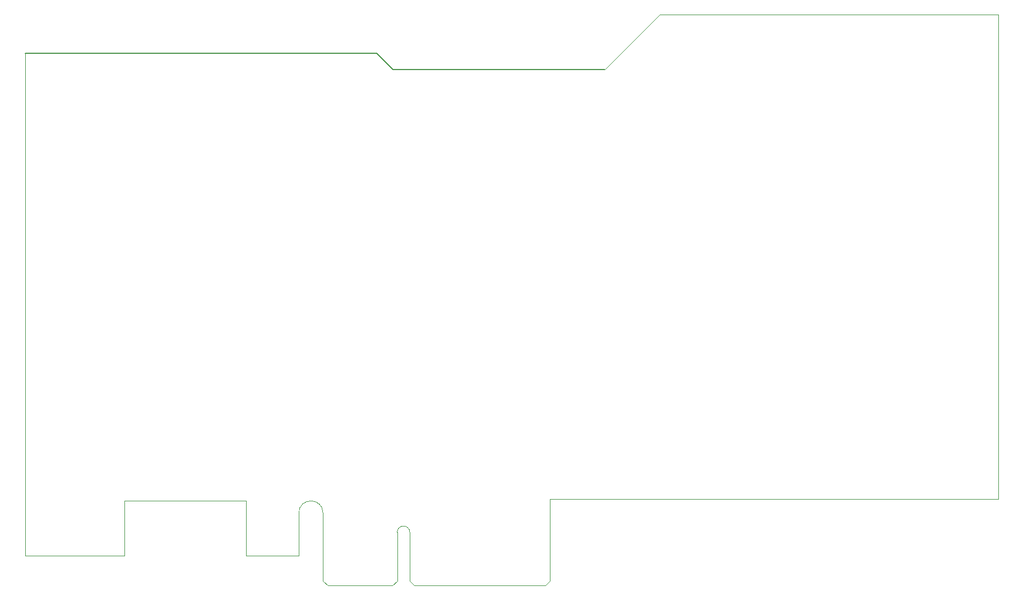
<source format=gbr>
G04 #@! TF.GenerationSoftware,KiCad,Pcbnew,(5.0.2)-1*
G04 #@! TF.CreationDate,2019-04-03T00:40:34-04:00*
G04 #@! TF.ProjectId,RASAC,52415341-432e-46b6-9963-61645f706362,rev?*
G04 #@! TF.SameCoordinates,Original*
G04 #@! TF.FileFunction,Profile,NP*
%FSLAX46Y46*%
G04 Gerber Fmt 4.6, Leading zero omitted, Abs format (unit mm)*
G04 Created by KiCad (PCBNEW (5.0.2)-1) date 4/3/2019 12:40:34 AM*
%MOMM*%
%LPD*%
G01*
G04 APERTURE LIST*
%ADD10C,0.100000*%
%ADD11C,0.200000*%
G04 #@! TA.AperFunction,NonConductor*
%ADD12C,0.100000*%
G04 #@! TD*
G04 APERTURE END LIST*
D10*
X169072560Y-74140060D02*
X177385980Y-65826640D01*
D11*
X137083800Y-74140060D02*
X169070020Y-74140060D01*
X134620000Y-71676260D02*
X137083800Y-74140060D01*
X81490820Y-71676260D02*
X134620000Y-71676260D01*
D10*
X160800000Y-139000000D02*
X228536500Y-139001500D01*
X228536500Y-65826640D02*
X228536500Y-138996700D01*
X177388520Y-65821560D02*
X228536500Y-65821560D01*
X81500000Y-147500000D02*
X81500000Y-71663560D01*
D12*
G04 #@! TO.C,J1*
X81500000Y-147500000D02*
X96500000Y-147500000D01*
X96500000Y-147500000D02*
X96500000Y-139250000D01*
X96500000Y-139250000D02*
X114850000Y-139250000D01*
X114850000Y-139250000D02*
X114850000Y-147500000D01*
X114850000Y-147500000D02*
X122850000Y-147500000D01*
X122850000Y-147500000D02*
X122850000Y-141075000D01*
X126500000Y-141075000D02*
G75*
G03X122850000Y-141075000I-1825000J0D01*
G01*
X126500000Y-141075000D02*
X126500000Y-151300000D01*
X127200000Y-152000000D02*
X126500000Y-151300000D01*
X127200000Y-152000000D02*
X137000000Y-152000000D01*
X137000000Y-152000000D02*
X137700000Y-151300000D01*
X137700000Y-151300000D02*
X137700000Y-144000000D01*
X139600000Y-144000000D02*
G75*
G03X137700000Y-144000000I-950000J0D01*
G01*
X139600000Y-144000000D02*
X139600000Y-151300000D01*
X140300000Y-152000000D02*
X139600000Y-151300000D01*
X140300000Y-152000000D02*
X160100000Y-152000000D01*
X160100000Y-152000000D02*
X160800000Y-151300000D01*
X160800000Y-151300000D02*
X160800000Y-139000000D01*
G04 #@! TD*
M02*

</source>
